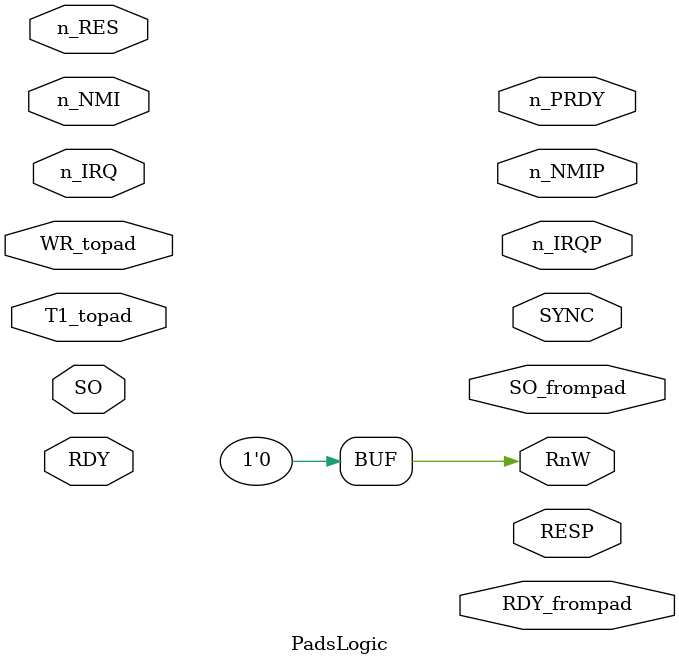
<source format=v>

module PadsLogic(
	n_NMI, n_IRQ, n_RES, n_NMIP, n_IRQP, RESP, 
	RDY, RDY_frompad, n_PRDY, 
	T1_topad, SYNC, SO, SO_frompad,
	WR_topad, RnW);

	input n_NMI;
	input n_IRQ; 
	input n_RES; 
	output n_NMIP;
	output n_IRQP; 
	output RESP;
	
	input RDY;
	output RDY_frompad;
	output n_PRDY;

	input T1_topad;
	output SYNC;

	input SO;
	output SO_frompad;

	input WR_topad;
	output RnW;

	// TBD

	assign RnW = 1'b0;

endmodule // PadsLogic

</source>
